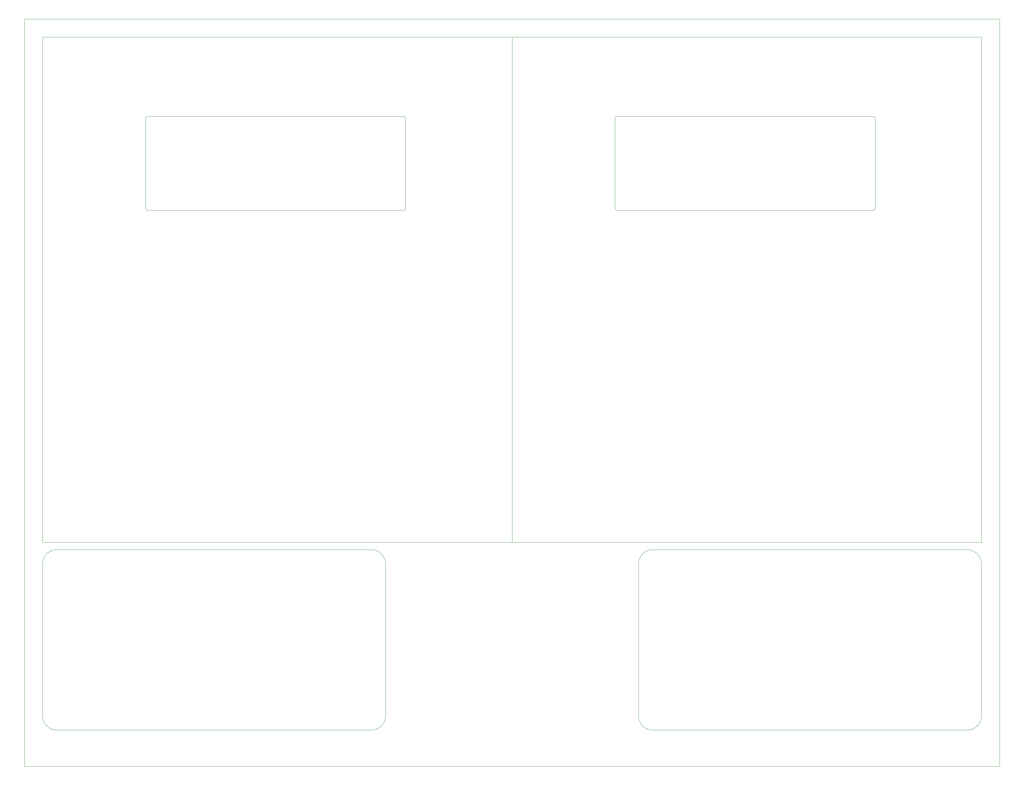
<source format=gbr>
G04 #@! TF.GenerationSoftware,KiCad,Pcbnew,(5.1.6)-1*
G04 #@! TF.CreationDate,2020-10-27T17:39:53-03:00*
G04 #@! TF.ProjectId,TP3-Panel,5450332d-5061-46e6-956c-2e6b69636164,v1.0*
G04 #@! TF.SameCoordinates,Original*
G04 #@! TF.FileFunction,Profile,NP*
%FSLAX46Y46*%
G04 Gerber Fmt 4.6, Leading zero omitted, Abs format (unit mm)*
G04 Created by KiCad (PCBNEW (5.1.6)-1) date 2020-10-27 17:39:53*
%MOMM*%
%LPD*%
G01*
G04 APERTURE LIST*
G04 #@! TA.AperFunction,Profile*
%ADD10C,0.050000*%
G04 #@! TD*
G04 APERTURE END LIST*
D10*
X336750000Y-226000000D02*
X249750000Y-226000000D01*
X336750000Y-176000000D02*
G75*
G02*
X340750000Y-180000000I0J-4000000D01*
G01*
X249750000Y-176000000D02*
X336750000Y-176000000D01*
X340750000Y-180000000D02*
X340750000Y-222000000D01*
X340750000Y-222000000D02*
G75*
G02*
X336750000Y-226000000I-4000000J0D01*
G01*
X249750000Y-226000000D02*
G75*
G02*
X245750000Y-222000000I0J4000000D01*
G01*
X245750000Y-180000000D02*
G75*
G02*
X249750000Y-176000000I4000000J0D01*
G01*
X245750000Y-222000000D02*
X245750000Y-180000000D01*
X310750000Y-56000000D02*
G75*
G02*
X311250000Y-56500000I0J-500000D01*
G01*
X239750000Y-56000000D02*
X310750000Y-56000000D01*
X210750000Y-174000000D02*
X210750000Y-34000000D01*
X340750000Y-174000000D02*
X210750000Y-174000000D01*
X239250000Y-56500000D02*
G75*
G02*
X239750000Y-56000000I500000J0D01*
G01*
X311250000Y-56500000D02*
X311250000Y-81500000D01*
X239750000Y-82000000D02*
G75*
G02*
X239250000Y-81500000I0J500000D01*
G01*
X239250000Y-81500000D02*
X239250000Y-56500000D01*
X210750000Y-34000000D02*
X340750000Y-34000000D01*
X310750000Y-82000000D02*
X239750000Y-82000000D01*
X340750000Y-34000000D02*
X340750000Y-174000000D01*
X311250000Y-81500000D02*
G75*
G02*
X310750000Y-82000000I-500000J0D01*
G01*
X75750000Y-29000000D02*
X75750000Y-236000000D01*
X345750000Y-29000000D02*
X75750000Y-29000000D01*
X345750000Y-236000000D02*
X345750000Y-29000000D01*
X75750000Y-236000000D02*
X345750000Y-236000000D01*
X109250000Y-81500000D02*
X109250000Y-56500000D01*
X180750000Y-82000000D02*
X109750000Y-82000000D01*
X181250000Y-56500000D02*
X181250000Y-81500000D01*
X109750000Y-56000000D02*
X180750000Y-56000000D01*
X109750000Y-82000000D02*
G75*
G02*
X109250000Y-81500000I0J500000D01*
G01*
X181250000Y-81500000D02*
G75*
G02*
X180750000Y-82000000I-500000J0D01*
G01*
X180750000Y-56000000D02*
G75*
G02*
X181250000Y-56500000I0J-500000D01*
G01*
X109250000Y-56500000D02*
G75*
G02*
X109750000Y-56000000I500000J0D01*
G01*
X80750000Y-174000000D02*
X80750000Y-34000000D01*
X210750000Y-174000000D02*
X80750000Y-174000000D01*
X210750000Y-34000000D02*
X210750000Y-174000000D01*
X80750000Y-34000000D02*
X210750000Y-34000000D01*
X175750000Y-180000000D02*
X175750000Y-222000000D01*
X80750000Y-180000000D02*
G75*
G02*
X84750000Y-176000000I4000000J0D01*
G01*
X84750000Y-226000000D02*
G75*
G02*
X80750000Y-222000000I0J4000000D01*
G01*
X171750000Y-226000000D02*
X84750000Y-226000000D01*
X84750000Y-176000000D02*
X171750000Y-176000000D01*
X171750000Y-176000000D02*
G75*
G02*
X175750000Y-180000000I0J-4000000D01*
G01*
X175750000Y-222000000D02*
G75*
G02*
X171750000Y-226000000I-4000000J0D01*
G01*
X80750000Y-222000000D02*
X80750000Y-180000000D01*
M02*

</source>
